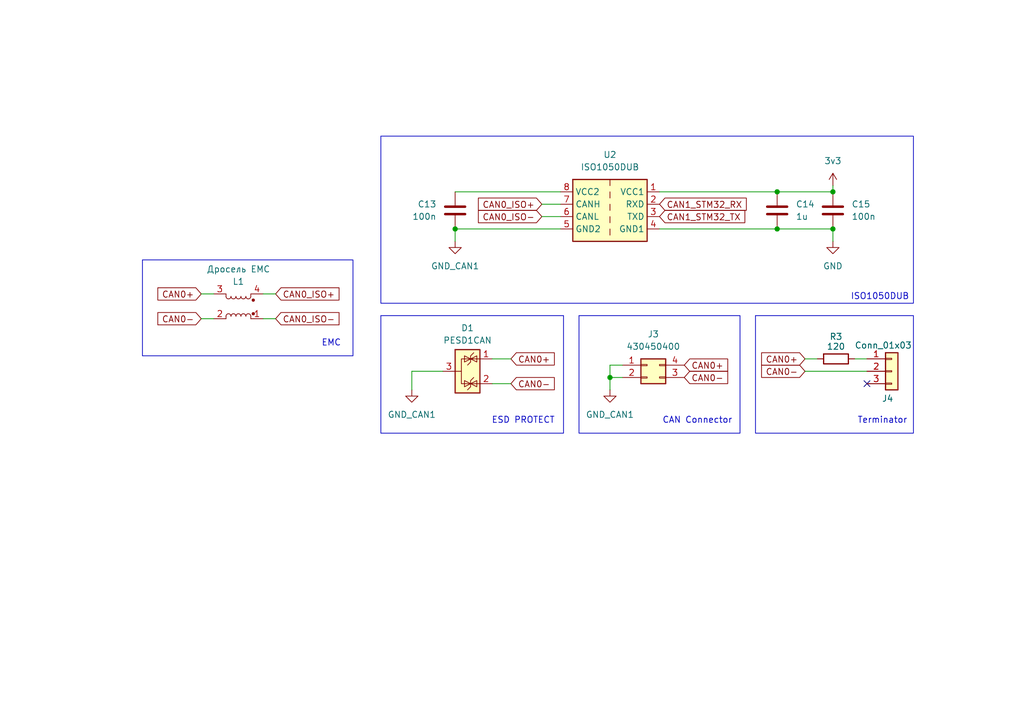
<source format=kicad_sch>
(kicad_sch (version 20250114) (generator "eeschema") (generator_version "9.0")
  (paper "A5")
  (lib_symbols
    (symbol "Connector_Generic:Conn_01x03" (pin_names (offset 1.016) (hide yes))
      (property "Reference" "J" (at 0 5.08 0))
      (property "Value" "Conn_01x03" (at 0 -5.08 0))
      (symbol "Conn_01x03_1_1"
        (rectangle (start -1.27 3.81) (end 1.27 -3.81) (stroke (width 0.254)) (fill (type background)))
        (rectangle (start -1.27 2.667) (end 0 2.413) (stroke (width 0.1524)))
        (rectangle (start -1.27 0.127) (end 0 -0.127) (stroke (width 0.1524)))
        (rectangle (start -1.27 -2.413) (end 0 -2.667) (stroke (width 0.1524)))
        (pin passive line (at -5.08 2.54 0) (length 3.81) (name "Pin_1") (number "1"))
        (pin passive line (at -5.08 0 0) (length 3.81) (name "Pin_2") (number "2"))
        (pin passive line (at -5.08 -2.54 0) (length 3.81) (name "Pin_3") (number "3"))
      )
    )
    (symbol "Connector_Generic:Conn_02x02_Counter_Clockwise" (pin_names (offset 1.016) (hide yes))
      (property "Reference" "J" (at 1.27 2.54 0))
      (property "Value" "Conn_02x02_Counter_Clockwise" (at 1.27 -5.08 0))
      (symbol "Conn_02x02_Counter_Clockwise_1_1"
        (rectangle (start -1.27 1.27) (end 3.81 -3.81) (stroke (width 0.254)) (fill (type background)))
        (rectangle (start -1.27 0.127) (end 0 -0.127) (stroke (width 0.1524)))
        (rectangle (start -1.27 -2.413) (end 0 -2.667) (stroke (width 0.1524)))
        (rectangle (start 3.81 0.127) (end 2.54 -0.127) (stroke (width 0.1524)))
        (rectangle (start 3.81 -2.413) (end 2.54 -2.667) (stroke (width 0.1524)))
        (pin passive line (at -5.08 0 0) (length 3.81) (name "Pin_1") (number "1"))
        (pin passive line (at -5.08 -2.54 0) (length 3.81) (name "Pin_2") (number "2"))
        (pin passive line (at 7.62 0 180) (length 3.81) (name "Pin_4") (number "4"))
        (pin passive line (at 7.62 -2.54 180) (length 3.81) (name "Pin_3") (number "3"))
      )
    )
    (symbol "Device:C" (pin_numbers (hide yes)) (pin_names (offset 0.254))
      (property "Reference" "C" (at 0.635 2.54 0))
      (property "Value" "C" (at 0.635 -2.54 0))
      (symbol "C_0_1"
        (polyline (pts (xy -2.032 0.762) (xy 2.032 0.762)) (stroke (width 0.508)))
        (polyline (pts (xy -2.032 -0.762) (xy 2.032 -0.762)) (stroke (width 0.508)))
      )
      (symbol "C_1_1"
        (pin passive line (at 0 3.81 270) (length 2.794) (name "~") (number "1"))
        (pin passive line (at 0 -3.81 90) (length 2.794) (name "~") (number "2"))
      )
    )
    (symbol "Device:L_Coupled_1243" (pin_names (offset 0.254) (hide yes))
      (property "Reference" "L" (at 0 4.445 0))
      (property "Value" "L_Coupled_1243" (at 0 -4.445 0))
      (symbol "L_Coupled_1243_0_1"
        (circle (center -3.048 1.524) (radius 0.254) (fill (type outline)))
        (circle (center -3.048 -1.27) (radius 0.254) (fill (type outline)))
        (polyline (pts (xy -2.54 2.032) (xy -2.54 2.54)))
        (polyline (pts (xy -2.54 -2.032) (xy -2.54 -2.54)))
        (arc (start -1.524 2.032) (mid -2.032 1.5262) (end -2.54 2.032))
        (arc (start -2.54 -2.032) (mid -2.032 -1.5262) (end -1.524 -2.032))
        (arc (start -0.508 2.032) (mid -1.016 1.5262) (end -1.524 2.032))
        (arc (start -1.524 -2.032) (mid -1.016 -1.5262) (end -0.508 -2.032))
        (arc (start 0.508 2.032) (mid 0 1.5262) (end -0.508 2.032))
        (arc (start -0.508 -2.032) (mid 0 -1.5262) (end 0.508 -2.032))
        (arc (start 1.524 2.032) (mid 1.016 1.5262) (end 0.508 2.032))
        (arc (start 0.508 -2.032) (mid 1.016 -1.5262) (end 1.524 -2.032))
        (arc (start 2.54 2.032) (mid 2.032 1.5262) (end 1.524 2.032))
        (arc (start 1.524 -2.032) (mid 2.032 -1.5262) (end 2.54 -2.032))
        (polyline (pts (xy 2.54 2.54) (xy 2.54 2.032)))
        (polyline (pts (xy 2.54 -2.032) (xy 2.54 -2.54)))
      )
      (symbol "L_Coupled_1243_1_1"
        (pin passive line (at -5.08 2.54 0) (length 2.54) (name "1") (number "1"))
        (pin passive line (at -5.08 -2.54 0) (length 2.54) (name "4") (number "4"))
        (pin passive line (at 5.08 2.54 180) (length 2.54) (name "2") (number "2"))
        (pin passive line (at 5.08 -2.54 180) (length 2.54) (name "3") (number "3"))
      )
    )
    (symbol "Device:R" (pin_numbers (hide yes)) (pin_names (offset 0))
      (property "Reference" "R" (at 2.032 0 90))
      (property "Value" "R" (at 0 0 90))
      (symbol "R_0_1"
        (rectangle (start -1.016 -2.54) (end 1.016 2.54) (stroke (width 0.254)))
      )
      (symbol "R_1_1"
        (pin passive line (at 0 3.81 270) (length 1.27) (name "~") (number "1"))
        (pin passive line (at 0 -3.81 90) (length 1.27) (name "~") (number "2"))
      )
    )
    (symbol "Interface_CAN_LIN:ISO1050DUB"
      (property "Reference" "U" (at -6.35 6.35 0))
      (property "Value" "ISO1050DUB" (at 2.54 6.35 0))
      (symbol "ISO1050DUB_0_1"
        (rectangle (start -7.62 5.08) (end 7.62 -7.62) (stroke (width 0.254)) (fill (type background)))
        (polyline (pts (xy 0 5.08) (xy 0 3.81)))
        (polyline (pts (xy 0 2.54) (xy 0 1.27)))
        (polyline (pts (xy 0 0) (xy 0 -1.27)))
        (polyline (pts (xy 0 -2.54) (xy 0 -3.81)))
        (polyline (pts (xy 0 -5.08) (xy 0 -6.35)))
      )
      (symbol "ISO1050DUB_1_1"
        (pin power_in line (at -10.16 2.54 0) (length 2.54) (name "VCC1") (number "1"))
        (pin output line (at -10.16 0 0) (length 2.54) (name "RXD") (number "2"))
        (pin input line (at -10.16 -2.54 0) (length 2.54) (name "TXD") (number "3"))
        (pin power_in line (at -10.16 -5.08 0) (length 2.54) (name "GND1") (number "4"))
        (pin power_in line (at 10.16 2.54 180) (length 2.54) (name "VCC2") (number "8"))
        (pin bidirectional line (at 10.16 0 180) (length 2.54) (name "CANH") (number "7"))
        (pin bidirectional line (at 10.16 -2.54 180) (length 2.54) (name "CANL") (number "6"))
        (pin power_in line (at 10.16 -5.08 180) (length 2.54) (name "GND2") (number "5"))
      )
    )
    (symbol "Power_Protection:SZNUP2105L" (pin_names (hide yes))
      (property "Reference" "D" (at 5.715 2.54 0))
      (property "Value" "SZNUP2105L" (at 5.715 0.635 0))
      (symbol "SZNUP2105L_0_0"
        (pin passive line (at 0 -5.08 90) (length 2.54) (name "A") (number "3"))
      )
      (symbol "SZNUP2105L_0_1"
        (rectangle (start -4.445 2.54) (end 4.445 -2.54) (stroke (width 0.254)) (fill (type background)))
        (polyline (pts (xy -3.81 1.27) (xy -3.175 0.635) (xy -1.905 0.635) (xy -1.27 0)))
        (polyline (pts (xy -2.54 2.54) (xy -2.54 0.635)))
        (polyline (pts (xy -2.54 0.635) (xy -2.54 -1.27) (xy 2.54 -1.27) (xy 2.54 0.635)))
        (polyline (pts (xy -2.54 0.635) (xy -1.905 -0.635) (xy -3.175 -0.635) (xy -2.54 0.635)))
        (polyline (pts (xy -2.54 0.635) (xy -3.175 1.905) (xy -1.905 1.905) (xy -2.54 0.635) (xy -2.54 1.27)))
        (polyline (pts (xy 0 -1.27) (xy 0 -2.54)))
        (polyline (pts (xy 1.27 1.27) (xy 1.905 0.635) (xy 2.54 0.635) (xy 3.175 0.635) (xy 3.81 0)))
        (polyline (pts (xy 2.54 2.54) (xy 2.54 0.635)))
        (polyline (pts (xy 2.54 0.635) (xy 1.905 -0.635) (xy 3.175 -0.635) (xy 2.54 0.635)))
        (polyline (pts (xy 2.54 0.635) (xy 3.175 1.905) (xy 1.905 1.905) (xy 2.54 0.635)))
      )
      (symbol "SZNUP2105L_1_1"
        (pin passive line (at -2.54 5.08 270) (length 2.54) (name "K") (number "1"))
        (pin passive line (at 2.54 5.08 270) (length 2.54) (name "K") (number "2"))
      )
    )
    (symbol "power:+1V1" (power) (pin_numbers (hide yes)) (pin_names (offset 0) (hide yes))
      (property "Value" "+1V1" (at 0 3.556 0))
      (symbol "+1V1_0_1"
        (polyline (pts (xy -0.762 1.27) (xy 0 2.54)))
        (polyline (pts (xy 0 2.54) (xy 0.762 1.27)))
        (polyline (pts (xy 0 0) (xy 0 2.54)))
      )
      (symbol "+1V1_1_1"
        (pin power_in line (at 0 0 90) (length 0) (name "~") (number "1"))
      )
    )
    (symbol "power:GND" (power) (pin_numbers (hide yes)) (pin_names (offset 0) (hide yes))
      (property "Value" "GND" (at 0 -3.81 0))
      (symbol "GND_0_1"
        (polyline (pts (xy 0 0) (xy 0 -1.27) (xy 1.27 -1.27) (xy 0 -2.54) (xy -1.27 -1.27) (xy 0 -1.27)))
      )
      (symbol "GND_1_1"
        (pin power_in line (at 0 0 270) (length 0) (name "~") (number "1"))
      )
    )
  )
  (rectangle (start 29.21 53.34) (end 72.39 73.025))
  (rectangle (start 154.94 64.77) (end 187.325 88.9))
  (rectangle (start 78.105 27.94) (end 187.325 62.23))
  (rectangle (start 78.105 64.77) (end 115.57 88.9))
  (rectangle (start 118.745 64.77) (end 151.765 88.9))
  (text "ESD PROTECT" (at 107.315 86.36 0) (effects (font (size 1.27 1.27))))
  (text "Terminator" (at 180.975 86.36 0) (effects (font (size 1.27 1.27))))
  (text "CAN Connector \n" (at 143.51 86.36 0) (effects (font (size 1.27 1.27))))
  (text "ISO1050DUB" (at 180.467 60.96 0) (effects (font (size 1.27 1.27))))
  (text "EMC" (at 67.945 70.485 0) (effects (font (size 1.27 1.27))))
  (junction (at 93.345 46.99))
  (junction (at 170.815 39.37))
  (junction (at 159.385 39.37))
  (junction (at 159.385 46.99))
  (junction (at 125.095 77.47))
  (junction (at 170.815 46.99))
  (no_connect (at 177.8 78.74))
  (wire (pts (xy 125.095 74.93) (xy 127.635 74.93)))
  (wire (pts (xy 104.775 73.66) (xy 100.965 73.66)))
  (wire (pts (xy 84.455 76.2) (xy 84.455 80.01)))
  (wire (pts (xy 165.1 73.66) (xy 167.64 73.66)))
  (wire (pts (xy 111.125 44.45) (xy 114.935 44.45)))
  (wire (pts (xy 159.385 46.99) (xy 170.815 46.99)))
  (wire (pts (xy 90.805 76.2) (xy 84.455 76.2)))
  (wire (pts (xy 170.815 46.99) (xy 170.815 49.53)))
  (wire (pts (xy 53.975 65.405) (xy 56.515 65.405)))
  (wire (pts (xy 104.775 78.74) (xy 100.965 78.74)))
  (wire (pts (xy 93.345 46.99) (xy 114.935 46.99)))
  (wire (pts (xy 111.125 41.91) (xy 114.935 41.91)))
  (wire (pts (xy 165.1 76.2) (xy 177.8 76.2)))
  (wire (pts (xy 93.345 39.37) (xy 114.935 39.37)))
  (wire (pts (xy 53.975 60.325) (xy 56.515 60.325)))
  (wire (pts (xy 125.095 74.93) (xy 125.095 77.47)))
  (wire (pts (xy 93.345 46.99) (xy 93.345 49.53)))
  (wire (pts (xy 170.815 38.1) (xy 170.815 39.37)))
  (wire (pts (xy 175.26 73.66) (xy 177.8 73.66)))
  (wire (pts (xy 41.275 60.325) (xy 43.815 60.325)))
  (wire (pts (xy 135.255 39.37) (xy 159.385 39.37)))
  (wire (pts (xy 159.385 39.37) (xy 170.815 39.37)))
  (wire (pts (xy 127.635 77.47) (xy 125.095 77.47)))
  (wire (pts (xy 125.095 77.47) (xy 125.095 80.01)))
  (wire (pts (xy 135.255 46.99) (xy 159.385 46.99)))
  (wire (pts (xy 41.275 65.405) (xy 43.815 65.405)))
  (global_label "CAN0-" (shape input) (at 165.1 76.2 180) (property "Intersheetrefs" "${INTERSHEET_REFS}" (at 155.6438 76.2 0) (effects (justify right))))
  (global_label "CAN0+" (shape input) (at 140.335 74.93 0) (property "Intersheetrefs" "${INTERSHEET_REFS}" (at 149.7912 74.93 0) (effects (justify left))))
  (global_label "CAN1_STM32_TX" (shape input) (at 135.255 44.45 0) (property "Intersheetrefs" "${INTERSHEET_REFS}" (at 153.2986 44.45 0) (effects (justify left))))
  (global_label "CAN0_ISO-" (shape input) (at 56.515 65.405 0) (property "Intersheetrefs" "${INTERSHEET_REFS}" (at 70.0836 65.405 0) (effects (justify left))))
  (global_label "CAN1_STM32_RX" (shape input) (at 135.255 41.91 0) (property "Intersheetrefs" "${INTERSHEET_REFS}" (at 153.601 41.91 0) (effects (justify left))))
  (global_label "CAN0-" (shape input) (at 104.775 78.74 0) (property "Intersheetrefs" "${INTERSHEET_REFS}" (at 114.2312 78.74 0) (effects (justify left))))
  (global_label "CAN0+" (shape input) (at 104.775 73.66 0) (property "Intersheetrefs" "${INTERSHEET_REFS}" (at 114.2312 73.66 0) (effects (justify left))))
  (global_label "CAN0-" (shape input) (at 140.335 77.47 0) (property "Intersheetrefs" "${INTERSHEET_REFS}" (at 149.7912 77.47 0) (effects (justify left))))
  (global_label "CAN0_ISO-" (shape input) (at 111.125 44.45 180) (property "Intersheetrefs" "${INTERSHEET_REFS}" (at 97.5564 44.45 0) (effects (justify right))))
  (global_label "CAN0+" (shape input) (at 165.1 73.66 180) (property "Intersheetrefs" "${INTERSHEET_REFS}" (at 155.6438 73.66 0) (effects (justify right))))
  (global_label "CAN0-" (shape input) (at 41.275 65.405 180) (property "Intersheetrefs" "${INTERSHEET_REFS}" (at 31.8188 65.405 0) (effects (justify right))))
  (global_label "CAN0+" (shape input) (at 41.275 60.325 180) (property "Intersheetrefs" "${INTERSHEET_REFS}" (at 31.8188 60.325 0) (effects (justify right))))
  (global_label "CAN0_ISO+" (shape input) (at 111.125 41.91 180) (property "Intersheetrefs" "${INTERSHEET_REFS}" (at 97.5564 41.91 0) (effects (justify right))))
  (global_label "CAN0_ISO+" (shape input) (at 56.515 60.325 0) (property "Intersheetrefs" "${INTERSHEET_REFS}" (at 70.0836 60.325 0) (effects (justify left))))
  (symbol (lib_id "Connector_Generic:Conn_02x02_Counter_Clockwise") (at 132.715 74.93 0) (unit 1)
    (property "Reference" "J3" (at 133.985 68.58 0))
    (property "Value" "430450400" (at 133.985 71.12 0))
    (property "Footprint" "Connector_Molex:Molex_Micro-Fit_3.0_43045-0400_2x02_P3.00mm_Horizontal" (effects (hide yes)))
    (property "Description" "Generic connector, double row, 02x02, counter clockwise pin numbering scheme (similar to DIP package numbering), script generated (kicad-library-utils/schlib/autogen/connector/)" (effects (hide yes)))
  )
  (symbol (lib_id "power:GND") (at 125.095 80.01 0) (unit 1)
    (property "Reference" "#PWR021" (effects (hide yes)))
    (property "Value" "GND_CAN1" (at 125.095 85.09 0))
    (property "Description" "Power symbol creates a global label with name \"GND\" , ground" (effects (hide yes)))
  )
  (symbol (lib_id "Device:C") (at 170.815 43.18 0) (unit 1)
    (property "Reference" "C15" (at 174.625 41.9099 0) (effects (justify left)))
    (property "Value" "100n" (at 174.625 44.4499 0) (effects (justify left)))
    (property "Footprint" "Capacitor_SMD:C_0603_1608Metric" (effects (hide yes)))
    (property "Description" "Unpolarized capacitor" (effects (hide yes)))
  )
  (symbol (lib_id "Device:C") (at 93.345 43.18 0) (mirror y) (unit 1)
    (property "Reference" "C13" (at 89.535 41.9099 0) (effects (justify left)))
    (property "Value" "100n" (at 89.535 44.4499 0) (effects (justify left)))
    (property "Footprint" "Capacitor_SMD:C_0603_1608Metric" (effects (hide yes)))
    (property "Description" "Unpolarized capacitor" (effects (hide yes)))
  )
  (symbol (lib_id "Device:C") (at 159.385 43.18 0) (unit 1)
    (property "Reference" "C14" (at 163.195 41.9099 0) (effects (justify left)))
    (property "Value" "1u" (at 163.195 44.4499 0) (effects (justify left)))
    (property "Footprint" "Capacitor_SMD:C_0603_1608Metric" (effects (hide yes)))
    (property "Description" "Unpolarized capacitor" (effects (hide yes)))
  )
  (symbol (lib_id "power:GND") (at 93.345 49.53 0) (mirror y) (unit 1)
    (property "Reference" "#PWR018" (effects (hide yes)))
    (property "Value" "GND_CAN1" (at 93.345 54.61 0))
    (property "Description" "Power symbol creates a global label with name \"GND\" , ground" (effects (hide yes)))
  )
  (symbol (lib_id "power:GND") (at 84.455 80.01 0) (unit 1)
    (property "Reference" "#PWR020" (effects (hide yes)))
    (property "Value" "GND_CAN1" (at 84.455 85.09 0))
    (property "Description" "Power symbol creates a global label with name \"GND\" , ground" (effects (hide yes)))
  )
  (symbol (lib_id "Device:L_Coupled_1243") (at 48.895 62.865 180) (unit 1)
    (property "Reference" "L1" (at 48.895 57.785 0))
    (property "Value" "Дросель EMC" (at 48.895 55.245 0))
    (property "Footprint" "user:B82790C0513N201" (effects (hide yes)))
    (property "Ссылка" "https://www.promelec.ru/product/73838/" (effects (hide yes)))
    (property "Цена" "86" (effects (hide yes)))
    (property "Человекопонятное название" "Дроссель для подавления асимметричной интерференции" (effects (hide yes)))
    (property "Мин. кол-во" "6" (effects (hide yes)))
  )
  (symbol (lib_id "Connector_Generic:Conn_01x03") (at 182.88 76.2 0) (unit 1)
    (property "Reference" "J4" (at 180.848 81.788 0) (effects (justify left)))
    (property "Value" "Conn_01x03" (at 175.26 70.866 0) (effects (justify left)))
    (property "Footprint" "Connector_PinHeader_2.54mm:PinHeader_1x03_P2.54mm_Vertical" (effects (hide yes)))
    (property "Description" "Generic connector, single row, 01x03, script generated (kicad-library-utils/schlib/autogen/connector/)" (effects (hide yes)))
  )
  (symbol (lib_id "Interface_CAN_LIN:ISO1050DUB") (at 125.095 41.91 0) (mirror y) (unit 1)
    (property "Reference" "U2" (at 125.095 31.75 0))
    (property "Value" "ISO1050DUB" (at 125.095 34.29 0))
    (property "Footprint" "Package_SO:SOP-8_6.62x9.15mm_P2.54mm" (effects (hide yes)))
    (property "Datasheet" "http://www.ti.com/lit/ds/symlink/iso1050.pdf" (effects (hide yes)))
    (property "Description" "Isolated CAN Transceiver, SOP-8" (effects (hide yes)))
  )
  (symbol (lib_id "Device:R") (at 171.45 73.66 90) (unit 1)
    (property "Reference" "R3" (at 171.45 69.088 90))
    (property "Value" "120" (at 171.45 71.12 90))
    (property "Footprint" "Resistor_SMD:R_0603_1608Metric" (effects (hide yes)))
    (property "Мин. кол-во" "1000" (effects (hide yes)))
    (property "Ссылка" "https://www.promelec.ru/product/344748/" (effects (hide yes)))
    (property "Цена" "1" (effects (hide yes)))
    (property "Человекопонятное название" "Толстопленочный ЧИП-резистор 0603 10кОм" (effects (hide yes)))
  )
  (symbol (lib_id "Power_Protection:SZNUP2105L") (at 95.885 76.2 270) (unit 1)
    (property "Reference" "D1" (at 95.885 67.31 90))
    (property "Value" "PESD1CAN" (at 95.885 69.85 90))
    (property "Footprint" "Package_TO_SOT_SMD:SOT-23-3" (effects (hide yes)))
    (property "Datasheet" "https://www.onsemi.com/pub_link/Collateral/NUP2105L-D.PDF" (effects (hide yes)))
    (property "Description" "Dual Line CAN Bus Protector, 24Vrwm, Automotive Grade" (effects (hide yes)))
  )
  (symbol (lib_id "power:+1V1") (at 170.815 38.1 0) (unit 1)
    (property "Reference" "#PWR017" (effects (hide yes)))
    (property "Value" "3v3" (at 170.815 33.02 0))
    (property "Description" "Power symbol creates a global label with name \"+1V1\"" (effects (hide yes)))
  )
  (symbol (lib_id "power:GND") (at 170.815 49.53 0) (mirror y) (unit 1)
    (property "Reference" "#PWR019" (effects (hide yes)))
    (property "Value" "GND" (at 170.815 54.61 0))
    (property "Description" "Power symbol creates a global label with name \"GND\" , ground" (effects (hide yes)))
  )
)
</source>
